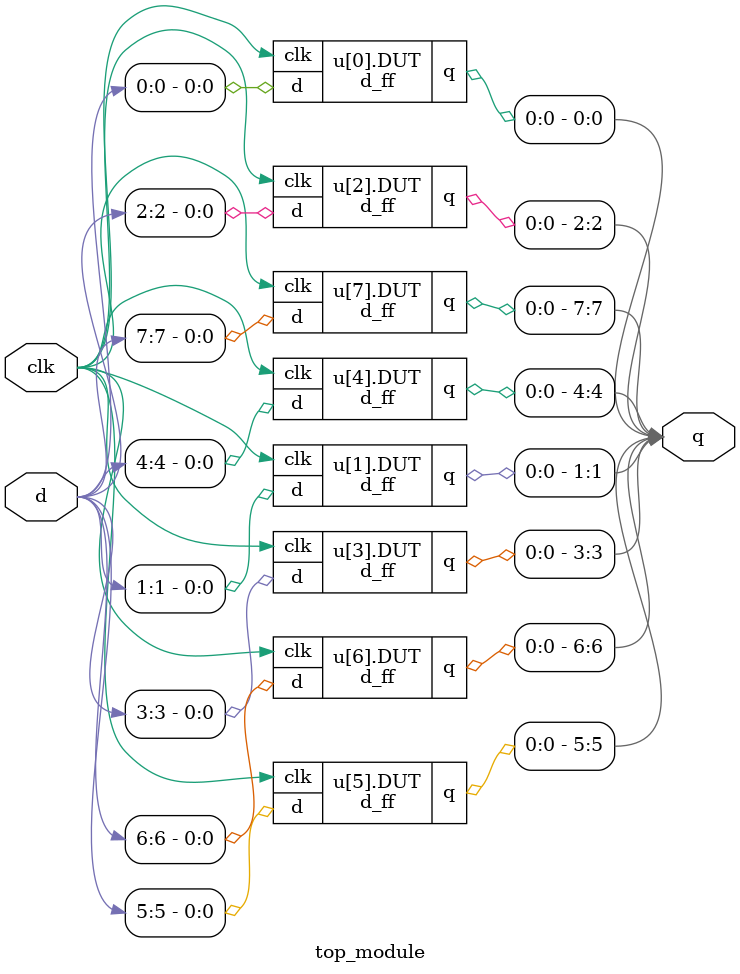
<source format=v>
module d_ff(
	input	wire		clk,
    input	wire		d,
    output	wire		q
);
    always@(posedge clk) begin
        q<=d;
    end
endmodule

module top_module (
    input clk,
    input [7:0] d,
    output [7:0] q
);

    genvar i;
    generate
        for(i=0; i<8; i=i+1) begin: u
            d_ff DUT (.clk(clk), .d(d[i]), .q(q[i]));
        end
    endgenerate
    
endmodule
</source>
